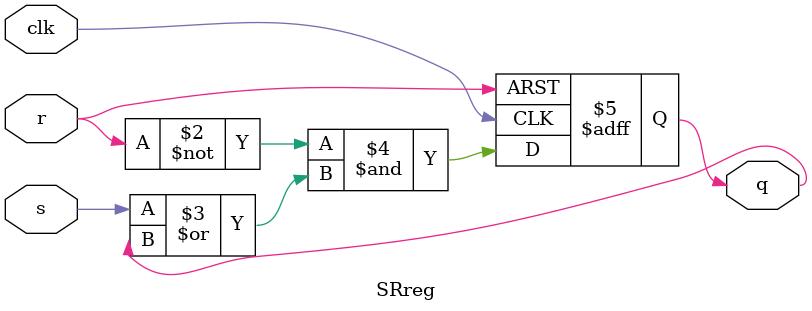
<source format=v>
`timescale 1ns / 1ps


module SRreg( input s,r, clk,
              output reg q);

always@(posedge clk, posedge r)
begin
    if(r) q <= 1'b0;
    else q <= ~r & (s|q);    // based on SR truth table
end              
      
endmodule

</source>
